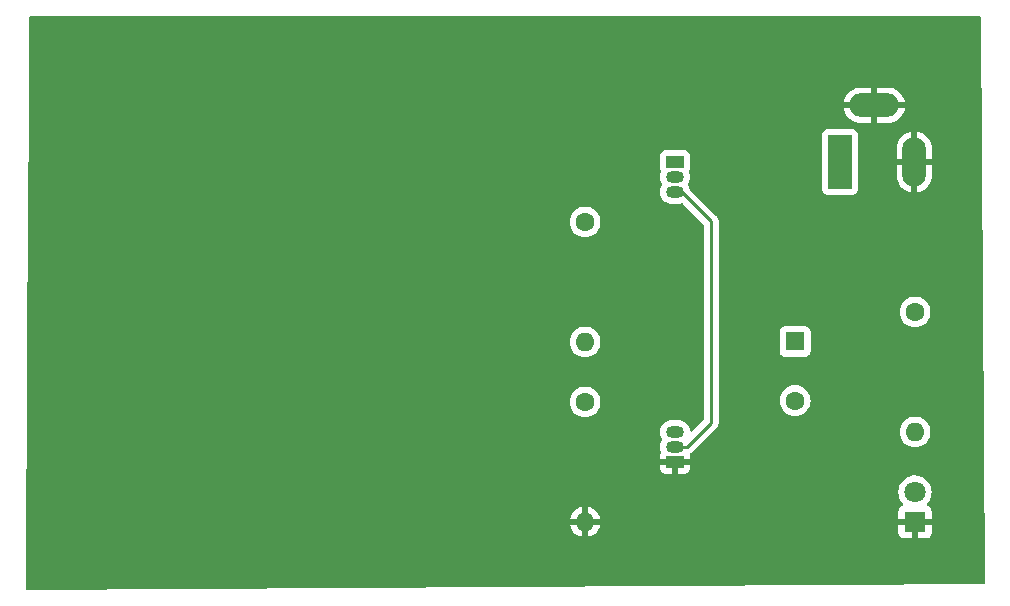
<source format=gbr>
%TF.GenerationSoftware,KiCad,Pcbnew,7.0.9*%
%TF.CreationDate,2023-12-23T13:53:55+09:00*%
%TF.ProjectId,______1,d7edb8a7-afc8-4312-9e6b-696361645f70,rev?*%
%TF.SameCoordinates,Original*%
%TF.FileFunction,Copper,L2,Bot*%
%TF.FilePolarity,Positive*%
%FSLAX46Y46*%
G04 Gerber Fmt 4.6, Leading zero omitted, Abs format (unit mm)*
G04 Created by KiCad (PCBNEW 7.0.9) date 2023-12-23 13:53:55*
%MOMM*%
%LPD*%
G01*
G04 APERTURE LIST*
%TA.AperFunction,ComponentPad*%
%ADD10R,1.500000X1.050000*%
%TD*%
%TA.AperFunction,ComponentPad*%
%ADD11O,1.500000X1.050000*%
%TD*%
%TA.AperFunction,ComponentPad*%
%ADD12C,1.600000*%
%TD*%
%TA.AperFunction,ComponentPad*%
%ADD13O,1.600000X1.600000*%
%TD*%
%TA.AperFunction,ComponentPad*%
%ADD14R,1.800000X1.800000*%
%TD*%
%TA.AperFunction,ComponentPad*%
%ADD15C,1.800000*%
%TD*%
%TA.AperFunction,ComponentPad*%
%ADD16R,1.600000X1.600000*%
%TD*%
%TA.AperFunction,ComponentPad*%
%ADD17R,2.000000X4.600000*%
%TD*%
%TA.AperFunction,ComponentPad*%
%ADD18O,2.000000X4.200000*%
%TD*%
%TA.AperFunction,ComponentPad*%
%ADD19O,4.200000X2.000000*%
%TD*%
%TA.AperFunction,Conductor*%
%ADD20C,0.250000*%
%TD*%
G04 APERTURE END LIST*
D10*
%TO.P,Q2,1,E*%
%TO.N,Net-(Q2-E)*%
X157480000Y-88600000D03*
D11*
%TO.P,Q2,2,C*%
%TO.N,Net-(Q2-C)*%
X157480000Y-89870000D03*
%TO.P,Q2,3,B*%
%TO.N,Net-(Q1-C)*%
X157480000Y-91140000D03*
%TD*%
D12*
%TO.P,R2,1*%
%TO.N,Net-(Q2-E)*%
X149860000Y-93680000D03*
D13*
%TO.P,R2,2*%
%TO.N,Net-(Q1-B)*%
X149860000Y-103840000D03*
%TD*%
D12*
%TO.P,R1,1*%
%TO.N,Net-(Q2-C)*%
X177800000Y-101300000D03*
D13*
%TO.P,R1,2*%
%TO.N,Net-(D1-A)*%
X177800000Y-111460000D03*
%TD*%
D14*
%TO.P,D1,1,K*%
%TO.N,GND*%
X177800000Y-119080000D03*
D15*
%TO.P,D1,2,A*%
%TO.N,Net-(D1-A)*%
X177800000Y-116540000D03*
%TD*%
D16*
%TO.P,C1,1*%
%TO.N,Net-(Q2-C)*%
X167650000Y-103800000D03*
D12*
%TO.P,C1,2*%
%TO.N,Net-(Q1-B)*%
X167650000Y-108800000D03*
%TD*%
D17*
%TO.P,J1,1*%
%TO.N,Net-(Q2-E)*%
X171450000Y-88600000D03*
D18*
%TO.P,J1,2*%
%TO.N,GND*%
X177750000Y-88600000D03*
D19*
%TO.P,J1,3*%
X174350000Y-83800000D03*
%TD*%
D12*
%TO.P,R3,1*%
%TO.N,Net-(Q1-B)*%
X149860000Y-108920000D03*
D13*
%TO.P,R3,2*%
%TO.N,GND*%
X149860000Y-119080000D03*
%TD*%
D10*
%TO.P,Q1,1,E*%
%TO.N,GND*%
X157480000Y-114000000D03*
D11*
%TO.P,Q1,2,C*%
%TO.N,Net-(Q1-C)*%
X157480000Y-112730000D03*
%TO.P,Q1,3,B*%
%TO.N,Net-(Q1-B)*%
X157480000Y-111460000D03*
%TD*%
D20*
%TO.N,Net-(Q1-C)*%
X160540000Y-110670000D02*
X158480000Y-112730000D01*
X158480000Y-112730000D02*
X157480000Y-112730000D01*
X158060000Y-91140000D02*
X160540000Y-93620000D01*
X160540000Y-93620000D02*
X160540000Y-110670000D01*
X157480000Y-91140000D02*
X158060000Y-91140000D01*
%TD*%
%TA.AperFunction,Conductor*%
%TO.N,GND*%
G36*
X183323886Y-76239685D02*
G01*
X183369641Y-76292489D01*
X183380844Y-76343150D01*
X183709149Y-124235900D01*
X183689925Y-124303073D01*
X183637435Y-124349189D01*
X183585900Y-124360748D01*
X102614748Y-124849247D01*
X102547591Y-124829967D01*
X102501518Y-124777440D01*
X102490000Y-124725249D01*
X102490000Y-124690000D01*
X102529897Y-118829999D01*
X148581127Y-118829999D01*
X148581128Y-118830000D01*
X149544314Y-118830000D01*
X149532359Y-118841955D01*
X149474835Y-118954852D01*
X149455014Y-119080000D01*
X149474835Y-119205148D01*
X149532359Y-119318045D01*
X149544314Y-119330000D01*
X148581128Y-119330000D01*
X148633730Y-119526317D01*
X148633734Y-119526326D01*
X148729865Y-119732482D01*
X148860342Y-119918820D01*
X149021179Y-120079657D01*
X149207517Y-120210134D01*
X149413673Y-120306265D01*
X149413682Y-120306269D01*
X149609999Y-120358872D01*
X149610000Y-120358871D01*
X149610000Y-119395686D01*
X149621955Y-119407641D01*
X149734852Y-119465165D01*
X149828519Y-119480000D01*
X149891481Y-119480000D01*
X149985148Y-119465165D01*
X150098045Y-119407641D01*
X150110000Y-119395686D01*
X150110000Y-120358872D01*
X150306317Y-120306269D01*
X150306326Y-120306265D01*
X150512482Y-120210134D01*
X150698820Y-120079657D01*
X150859657Y-119918820D01*
X150990134Y-119732482D01*
X151086265Y-119526326D01*
X151086269Y-119526317D01*
X151138872Y-119330000D01*
X150175686Y-119330000D01*
X150187641Y-119318045D01*
X150245165Y-119205148D01*
X150264986Y-119080000D01*
X150245165Y-118954852D01*
X150187641Y-118841955D01*
X150175686Y-118830000D01*
X151138872Y-118830000D01*
X151138872Y-118829999D01*
X151086269Y-118633682D01*
X151086265Y-118633673D01*
X150990134Y-118427517D01*
X150859657Y-118241179D01*
X150698820Y-118080342D01*
X150512482Y-117949865D01*
X150306328Y-117853734D01*
X150110000Y-117801127D01*
X150110000Y-118764314D01*
X150098045Y-118752359D01*
X149985148Y-118694835D01*
X149891481Y-118680000D01*
X149828519Y-118680000D01*
X149734852Y-118694835D01*
X149621955Y-118752359D01*
X149610000Y-118764314D01*
X149610000Y-117801127D01*
X149413671Y-117853734D01*
X149207517Y-117949865D01*
X149021179Y-118080342D01*
X148860342Y-118241179D01*
X148729865Y-118427517D01*
X148633734Y-118633673D01*
X148633730Y-118633682D01*
X148581127Y-118829999D01*
X102529897Y-118829999D01*
X102545488Y-116540006D01*
X176394700Y-116540006D01*
X176413864Y-116771297D01*
X176413866Y-116771308D01*
X176470842Y-116996300D01*
X176564075Y-117208848D01*
X176691018Y-117403150D01*
X176786167Y-117506510D01*
X176817089Y-117569164D01*
X176809228Y-117638590D01*
X176765081Y-117692746D01*
X176738271Y-117706674D01*
X176657911Y-117736646D01*
X176657906Y-117736649D01*
X176542812Y-117822809D01*
X176542809Y-117822812D01*
X176456649Y-117937906D01*
X176456645Y-117937913D01*
X176406403Y-118072620D01*
X176406401Y-118072627D01*
X176400000Y-118132155D01*
X176400000Y-118830000D01*
X177424722Y-118830000D01*
X177376375Y-118913740D01*
X177346190Y-119045992D01*
X177356327Y-119181265D01*
X177405887Y-119307541D01*
X177423797Y-119330000D01*
X176400000Y-119330000D01*
X176400000Y-120027844D01*
X176406401Y-120087372D01*
X176406403Y-120087379D01*
X176456645Y-120222086D01*
X176456649Y-120222093D01*
X176542809Y-120337187D01*
X176542812Y-120337190D01*
X176657906Y-120423350D01*
X176657913Y-120423354D01*
X176792620Y-120473596D01*
X176792627Y-120473598D01*
X176852155Y-120479999D01*
X176852172Y-120480000D01*
X177550000Y-120480000D01*
X177550000Y-119454189D01*
X177602547Y-119490016D01*
X177732173Y-119530000D01*
X177833724Y-119530000D01*
X177934138Y-119514865D01*
X178050000Y-119459068D01*
X178050000Y-120480000D01*
X178747828Y-120480000D01*
X178747844Y-120479999D01*
X178807372Y-120473598D01*
X178807379Y-120473596D01*
X178942086Y-120423354D01*
X178942093Y-120423350D01*
X179057187Y-120337190D01*
X179057190Y-120337187D01*
X179143350Y-120222093D01*
X179143354Y-120222086D01*
X179193596Y-120087379D01*
X179193598Y-120087372D01*
X179199999Y-120027844D01*
X179200000Y-120027827D01*
X179200000Y-119330000D01*
X178175278Y-119330000D01*
X178223625Y-119246260D01*
X178253810Y-119114008D01*
X178243673Y-118978735D01*
X178194113Y-118852459D01*
X178176203Y-118830000D01*
X179200000Y-118830000D01*
X179200000Y-118132172D01*
X179199999Y-118132155D01*
X179193598Y-118072627D01*
X179193596Y-118072620D01*
X179143354Y-117937913D01*
X179143350Y-117937906D01*
X179057190Y-117822812D01*
X179057187Y-117822809D01*
X178942093Y-117736649D01*
X178942086Y-117736645D01*
X178861729Y-117706674D01*
X178805795Y-117664803D01*
X178781378Y-117599338D01*
X178796230Y-117531065D01*
X178813826Y-117506516D01*
X178908979Y-117403153D01*
X179035924Y-117208849D01*
X179129157Y-116996300D01*
X179186134Y-116771305D01*
X179205300Y-116540000D01*
X179205300Y-116539993D01*
X179186135Y-116308702D01*
X179186133Y-116308691D01*
X179129157Y-116083699D01*
X179035924Y-115871151D01*
X178908983Y-115676852D01*
X178908980Y-115676849D01*
X178908979Y-115676847D01*
X178751784Y-115506087D01*
X178751779Y-115506083D01*
X178751777Y-115506081D01*
X178568634Y-115363535D01*
X178568628Y-115363531D01*
X178364504Y-115253064D01*
X178364495Y-115253061D01*
X178144984Y-115177702D01*
X177973282Y-115149050D01*
X177916049Y-115139500D01*
X177683951Y-115139500D01*
X177638164Y-115147140D01*
X177455015Y-115177702D01*
X177235504Y-115253061D01*
X177235495Y-115253064D01*
X177031371Y-115363531D01*
X177031365Y-115363535D01*
X176848222Y-115506081D01*
X176848219Y-115506084D01*
X176691016Y-115676852D01*
X176564075Y-115871151D01*
X176470842Y-116083699D01*
X176413866Y-116308691D01*
X176413864Y-116308702D01*
X176394700Y-116539993D01*
X176394700Y-116540006D01*
X102545488Y-116540006D01*
X102571428Y-112730000D01*
X156224538Y-112730000D01*
X156244337Y-112931031D01*
X156303486Y-113126018D01*
X156304109Y-113195885D01*
X156289902Y-113224589D01*
X156290895Y-113225132D01*
X156286645Y-113232913D01*
X156236403Y-113367620D01*
X156236401Y-113367627D01*
X156230000Y-113427155D01*
X156230000Y-113750000D01*
X157145729Y-113750000D01*
X157151809Y-113750299D01*
X157187776Y-113753841D01*
X157196145Y-113754665D01*
X157161722Y-113792059D01*
X157111449Y-113906670D01*
X157101114Y-114031395D01*
X157131837Y-114152719D01*
X157195394Y-114250000D01*
X156230000Y-114250000D01*
X156230000Y-114572844D01*
X156236401Y-114632372D01*
X156236403Y-114632379D01*
X156286645Y-114767086D01*
X156286649Y-114767093D01*
X156372809Y-114882187D01*
X156372812Y-114882190D01*
X156487906Y-114968350D01*
X156487913Y-114968354D01*
X156622620Y-115018596D01*
X156622627Y-115018598D01*
X156682155Y-115024999D01*
X156682172Y-115025000D01*
X157230000Y-115025000D01*
X157230000Y-114280617D01*
X157299052Y-114334363D01*
X157417424Y-114375000D01*
X157511073Y-114375000D01*
X157603446Y-114359586D01*
X157713514Y-114300019D01*
X157730000Y-114282110D01*
X157730000Y-115025000D01*
X158277828Y-115025000D01*
X158277844Y-115024999D01*
X158337372Y-115018598D01*
X158337379Y-115018596D01*
X158472086Y-114968354D01*
X158472093Y-114968350D01*
X158587187Y-114882190D01*
X158587190Y-114882187D01*
X158673350Y-114767093D01*
X158673354Y-114767086D01*
X158723596Y-114632379D01*
X158723598Y-114632372D01*
X158729999Y-114572844D01*
X158730000Y-114572827D01*
X158730000Y-114250000D01*
X157759560Y-114250000D01*
X157798278Y-114207941D01*
X157848551Y-114093330D01*
X157858886Y-113968605D01*
X157828163Y-113847281D01*
X157767424Y-113754313D01*
X157772223Y-113753841D01*
X157808191Y-113750299D01*
X157814271Y-113750000D01*
X158730000Y-113750000D01*
X158730000Y-113427172D01*
X158729999Y-113427157D01*
X158727139Y-113400557D01*
X158739543Y-113331797D01*
X158777541Y-113286983D01*
X158783728Y-113282487D01*
X158783732Y-113282486D01*
X158821439Y-113255088D01*
X158826290Y-113251901D01*
X158866420Y-113228170D01*
X158880589Y-113213999D01*
X158895379Y-113201368D01*
X158911587Y-113189594D01*
X158941299Y-113153676D01*
X158945212Y-113149376D01*
X160634588Y-111460001D01*
X176494532Y-111460001D01*
X176514364Y-111686686D01*
X176514366Y-111686697D01*
X176573258Y-111906488D01*
X176573261Y-111906497D01*
X176669431Y-112112732D01*
X176669432Y-112112734D01*
X176799954Y-112299141D01*
X176960858Y-112460045D01*
X176960861Y-112460047D01*
X177147266Y-112590568D01*
X177353504Y-112686739D01*
X177573308Y-112745635D01*
X177735230Y-112759801D01*
X177799998Y-112765468D01*
X177800000Y-112765468D01*
X177800002Y-112765468D01*
X177856673Y-112760509D01*
X178026692Y-112745635D01*
X178246496Y-112686739D01*
X178452734Y-112590568D01*
X178639139Y-112460047D01*
X178800047Y-112299139D01*
X178930568Y-112112734D01*
X179026739Y-111906496D01*
X179085635Y-111686692D01*
X179105468Y-111460000D01*
X179085635Y-111233308D01*
X179033995Y-111040583D01*
X179026741Y-111013511D01*
X179026738Y-111013502D01*
X178967987Y-110887511D01*
X178930568Y-110807266D01*
X178800047Y-110620861D01*
X178800045Y-110620858D01*
X178639141Y-110459954D01*
X178452734Y-110329432D01*
X178452732Y-110329431D01*
X178246497Y-110233261D01*
X178246488Y-110233258D01*
X178026697Y-110174366D01*
X178026693Y-110174365D01*
X178026692Y-110174365D01*
X178026691Y-110174364D01*
X178026686Y-110174364D01*
X177800002Y-110154532D01*
X177799998Y-110154532D01*
X177573313Y-110174364D01*
X177573302Y-110174366D01*
X177353511Y-110233258D01*
X177353502Y-110233261D01*
X177147267Y-110329431D01*
X177147265Y-110329432D01*
X176960858Y-110459954D01*
X176799954Y-110620858D01*
X176669432Y-110807265D01*
X176669431Y-110807267D01*
X176573261Y-111013502D01*
X176573258Y-111013511D01*
X176514366Y-111233302D01*
X176514364Y-111233313D01*
X176494532Y-111459998D01*
X176494532Y-111460001D01*
X160634588Y-111460001D01*
X160923788Y-111170801D01*
X160936042Y-111160986D01*
X160935859Y-111160764D01*
X160941866Y-111155792D01*
X160941877Y-111155786D01*
X160972775Y-111122882D01*
X160989227Y-111105364D01*
X160999671Y-111094918D01*
X161010120Y-111084471D01*
X161014379Y-111078978D01*
X161018152Y-111074561D01*
X161050062Y-111040582D01*
X161059715Y-111023020D01*
X161070389Y-111006770D01*
X161082673Y-110990936D01*
X161101180Y-110948167D01*
X161103749Y-110942924D01*
X161126196Y-110902093D01*
X161126197Y-110902092D01*
X161131177Y-110882691D01*
X161137478Y-110864288D01*
X161145438Y-110845896D01*
X161152730Y-110799849D01*
X161153911Y-110794152D01*
X161165500Y-110749019D01*
X161165500Y-110728983D01*
X161167027Y-110709582D01*
X161170160Y-110689804D01*
X161165775Y-110643415D01*
X161165500Y-110637577D01*
X161165500Y-108800001D01*
X166344532Y-108800001D01*
X166364364Y-109026686D01*
X166364366Y-109026697D01*
X166423258Y-109246488D01*
X166423261Y-109246497D01*
X166519431Y-109452732D01*
X166519432Y-109452734D01*
X166649954Y-109639141D01*
X166810858Y-109800045D01*
X166810861Y-109800047D01*
X166997266Y-109930568D01*
X167203504Y-110026739D01*
X167423308Y-110085635D01*
X167585230Y-110099801D01*
X167649998Y-110105468D01*
X167650000Y-110105468D01*
X167650002Y-110105468D01*
X167706673Y-110100509D01*
X167876692Y-110085635D01*
X168096496Y-110026739D01*
X168302734Y-109930568D01*
X168489139Y-109800047D01*
X168650047Y-109639139D01*
X168780568Y-109452734D01*
X168876739Y-109246496D01*
X168935635Y-109026692D01*
X168955468Y-108800000D01*
X168935635Y-108573308D01*
X168876739Y-108353504D01*
X168780568Y-108147266D01*
X168650047Y-107960861D01*
X168650045Y-107960858D01*
X168489141Y-107799954D01*
X168302734Y-107669432D01*
X168302732Y-107669431D01*
X168096497Y-107573261D01*
X168096488Y-107573258D01*
X167876697Y-107514366D01*
X167876693Y-107514365D01*
X167876692Y-107514365D01*
X167876691Y-107514364D01*
X167876686Y-107514364D01*
X167650002Y-107494532D01*
X167649998Y-107494532D01*
X167423313Y-107514364D01*
X167423302Y-107514366D01*
X167203511Y-107573258D01*
X167203502Y-107573261D01*
X166997267Y-107669431D01*
X166997265Y-107669432D01*
X166810858Y-107799954D01*
X166649954Y-107960858D01*
X166519432Y-108147265D01*
X166519431Y-108147267D01*
X166423261Y-108353502D01*
X166423258Y-108353511D01*
X166364366Y-108573302D01*
X166364364Y-108573313D01*
X166344532Y-108799998D01*
X166344532Y-108800001D01*
X161165500Y-108800001D01*
X161165500Y-104647870D01*
X166349500Y-104647870D01*
X166349501Y-104647876D01*
X166355908Y-104707483D01*
X166406202Y-104842328D01*
X166406206Y-104842335D01*
X166492452Y-104957544D01*
X166492455Y-104957547D01*
X166607664Y-105043793D01*
X166607671Y-105043797D01*
X166742517Y-105094091D01*
X166742516Y-105094091D01*
X166749444Y-105094835D01*
X166802127Y-105100500D01*
X168497872Y-105100499D01*
X168557483Y-105094091D01*
X168692331Y-105043796D01*
X168807546Y-104957546D01*
X168893796Y-104842331D01*
X168944091Y-104707483D01*
X168950500Y-104647873D01*
X168950499Y-102952128D01*
X168944091Y-102892517D01*
X168924486Y-102839954D01*
X168893797Y-102757671D01*
X168893793Y-102757664D01*
X168807547Y-102642455D01*
X168807544Y-102642452D01*
X168692335Y-102556206D01*
X168692328Y-102556202D01*
X168557482Y-102505908D01*
X168557483Y-102505908D01*
X168497883Y-102499501D01*
X168497881Y-102499500D01*
X168497873Y-102499500D01*
X168497864Y-102499500D01*
X166802129Y-102499500D01*
X166802123Y-102499501D01*
X166742516Y-102505908D01*
X166607671Y-102556202D01*
X166607664Y-102556206D01*
X166492455Y-102642452D01*
X166492452Y-102642455D01*
X166406206Y-102757664D01*
X166406202Y-102757671D01*
X166355908Y-102892517D01*
X166349501Y-102952116D01*
X166349501Y-102952123D01*
X166349500Y-102952135D01*
X166349500Y-104647870D01*
X161165500Y-104647870D01*
X161165500Y-101300001D01*
X176494532Y-101300001D01*
X176514364Y-101526686D01*
X176514366Y-101526697D01*
X176573258Y-101746488D01*
X176573261Y-101746497D01*
X176669431Y-101952732D01*
X176669432Y-101952734D01*
X176799954Y-102139141D01*
X176960858Y-102300045D01*
X176960861Y-102300047D01*
X177147266Y-102430568D01*
X177353504Y-102526739D01*
X177573308Y-102585635D01*
X177735230Y-102599801D01*
X177799998Y-102605468D01*
X177800000Y-102605468D01*
X177800002Y-102605468D01*
X177856673Y-102600509D01*
X178026692Y-102585635D01*
X178246496Y-102526739D01*
X178452734Y-102430568D01*
X178639139Y-102300047D01*
X178800047Y-102139139D01*
X178930568Y-101952734D01*
X179026739Y-101746496D01*
X179085635Y-101526692D01*
X179105468Y-101300000D01*
X179085635Y-101073308D01*
X179026739Y-100853504D01*
X178930568Y-100647266D01*
X178800047Y-100460861D01*
X178800045Y-100460858D01*
X178639141Y-100299954D01*
X178452734Y-100169432D01*
X178452732Y-100169431D01*
X178246497Y-100073261D01*
X178246488Y-100073258D01*
X178026697Y-100014366D01*
X178026693Y-100014365D01*
X178026692Y-100014365D01*
X178026691Y-100014364D01*
X178026686Y-100014364D01*
X177800002Y-99994532D01*
X177799998Y-99994532D01*
X177573313Y-100014364D01*
X177573302Y-100014366D01*
X177353511Y-100073258D01*
X177353502Y-100073261D01*
X177147267Y-100169431D01*
X177147265Y-100169432D01*
X176960858Y-100299954D01*
X176799954Y-100460858D01*
X176669432Y-100647265D01*
X176669431Y-100647267D01*
X176573261Y-100853502D01*
X176573258Y-100853511D01*
X176514366Y-101073302D01*
X176514364Y-101073313D01*
X176494532Y-101299998D01*
X176494532Y-101300001D01*
X161165500Y-101300001D01*
X161165500Y-93702742D01*
X161167224Y-93687122D01*
X161166939Y-93687095D01*
X161167673Y-93679333D01*
X161165500Y-93610172D01*
X161165500Y-93580656D01*
X161165500Y-93580650D01*
X161164631Y-93573779D01*
X161164173Y-93567952D01*
X161162710Y-93521373D01*
X161157119Y-93502130D01*
X161153173Y-93483078D01*
X161150664Y-93463208D01*
X161133504Y-93419867D01*
X161131624Y-93414379D01*
X161118618Y-93369610D01*
X161108422Y-93352370D01*
X161099861Y-93334894D01*
X161092487Y-93316270D01*
X161092486Y-93316268D01*
X161065079Y-93278545D01*
X161061888Y-93273686D01*
X161038172Y-93233583D01*
X161038165Y-93233574D01*
X161024006Y-93219415D01*
X161011368Y-93204619D01*
X160999594Y-93188413D01*
X160963688Y-93158709D01*
X160959376Y-93154786D01*
X158752461Y-90947870D01*
X169949500Y-90947870D01*
X169949501Y-90947876D01*
X169955908Y-91007483D01*
X170006202Y-91142328D01*
X170006206Y-91142335D01*
X170092452Y-91257544D01*
X170092455Y-91257547D01*
X170207664Y-91343793D01*
X170207671Y-91343797D01*
X170342517Y-91394091D01*
X170342516Y-91394091D01*
X170349444Y-91394835D01*
X170402127Y-91400500D01*
X172497872Y-91400499D01*
X172557483Y-91394091D01*
X172692331Y-91343796D01*
X172807546Y-91257546D01*
X172893796Y-91142331D01*
X172944091Y-91007483D01*
X172950500Y-90947873D01*
X172950500Y-89762041D01*
X176250000Y-89762041D01*
X176265385Y-89947730D01*
X176265387Y-89947738D01*
X176326412Y-90188717D01*
X176426267Y-90416367D01*
X176562232Y-90624478D01*
X176730592Y-90807364D01*
X176730602Y-90807373D01*
X176926762Y-90960051D01*
X176926771Y-90960057D01*
X177145385Y-91078364D01*
X177145396Y-91078369D01*
X177380507Y-91159083D01*
X177499999Y-91179023D01*
X177500000Y-91179022D01*
X177500000Y-90133686D01*
X177540156Y-90159493D01*
X177678111Y-90200000D01*
X177821889Y-90200000D01*
X177959844Y-90159493D01*
X178000000Y-90133686D01*
X178000000Y-91179023D01*
X178119492Y-91159083D01*
X178354603Y-91078369D01*
X178354614Y-91078364D01*
X178573228Y-90960057D01*
X178573237Y-90960051D01*
X178769397Y-90807373D01*
X178769407Y-90807364D01*
X178937767Y-90624478D01*
X179073732Y-90416367D01*
X179173587Y-90188717D01*
X179234612Y-89947738D01*
X179234614Y-89947730D01*
X179250000Y-89762041D01*
X179250000Y-88850000D01*
X178250000Y-88850000D01*
X178250000Y-88350000D01*
X179250000Y-88350000D01*
X179250000Y-87437959D01*
X179234614Y-87252269D01*
X179234612Y-87252261D01*
X179173587Y-87011282D01*
X179073732Y-86783632D01*
X178937767Y-86575521D01*
X178769407Y-86392635D01*
X178769397Y-86392626D01*
X178573237Y-86239948D01*
X178573228Y-86239942D01*
X178354614Y-86121635D01*
X178354603Y-86121630D01*
X178119492Y-86040916D01*
X178000000Y-86020976D01*
X178000000Y-87066313D01*
X177959844Y-87040507D01*
X177821889Y-87000000D01*
X177678111Y-87000000D01*
X177540156Y-87040507D01*
X177500000Y-87066313D01*
X177500000Y-86020976D01*
X177499999Y-86020976D01*
X177380507Y-86040916D01*
X177145396Y-86121630D01*
X177145385Y-86121635D01*
X176926771Y-86239942D01*
X176926762Y-86239948D01*
X176730602Y-86392626D01*
X176730592Y-86392635D01*
X176562232Y-86575521D01*
X176426267Y-86783632D01*
X176326412Y-87011282D01*
X176265387Y-87252261D01*
X176265385Y-87252269D01*
X176250000Y-87437959D01*
X176250000Y-88350000D01*
X177250000Y-88350000D01*
X177250000Y-88850000D01*
X176250000Y-88850000D01*
X176250000Y-89762041D01*
X172950500Y-89762041D01*
X172950499Y-86252128D01*
X172944091Y-86192517D01*
X172893796Y-86057669D01*
X172893795Y-86057668D01*
X172893793Y-86057664D01*
X172807547Y-85942455D01*
X172807544Y-85942452D01*
X172692335Y-85856206D01*
X172692328Y-85856202D01*
X172557482Y-85805908D01*
X172557483Y-85805908D01*
X172497883Y-85799501D01*
X172497881Y-85799500D01*
X172497873Y-85799500D01*
X172497864Y-85799500D01*
X170402129Y-85799500D01*
X170402123Y-85799501D01*
X170342516Y-85805908D01*
X170207671Y-85856202D01*
X170207664Y-85856206D01*
X170092455Y-85942452D01*
X170092452Y-85942455D01*
X170006206Y-86057664D01*
X170006202Y-86057671D01*
X169955908Y-86192517D01*
X169950810Y-86239942D01*
X169949501Y-86252123D01*
X169949500Y-86252135D01*
X169949500Y-90947870D01*
X158752461Y-90947870D01*
X158725478Y-90920887D01*
X158694499Y-90869203D01*
X158657023Y-90745659D01*
X158561798Y-90567506D01*
X158561794Y-90567502D01*
X158559631Y-90563454D01*
X158545389Y-90495051D01*
X158559631Y-90446546D01*
X158561794Y-90442498D01*
X158561798Y-90442494D01*
X158657023Y-90264341D01*
X158715662Y-90071033D01*
X158735462Y-89870000D01*
X158715662Y-89668967D01*
X158657023Y-89475659D01*
X158657021Y-89475656D01*
X158656694Y-89474576D01*
X158656070Y-89404709D01*
X158670469Y-89375623D01*
X158669544Y-89375118D01*
X158673793Y-89367335D01*
X158673792Y-89367335D01*
X158673796Y-89367331D01*
X158724091Y-89232483D01*
X158730500Y-89172873D01*
X158730499Y-88027128D01*
X158724091Y-87967517D01*
X158673796Y-87832669D01*
X158673795Y-87832668D01*
X158673793Y-87832664D01*
X158587547Y-87717455D01*
X158587544Y-87717452D01*
X158472335Y-87631206D01*
X158472328Y-87631202D01*
X158337482Y-87580908D01*
X158337483Y-87580908D01*
X158277883Y-87574501D01*
X158277881Y-87574500D01*
X158277873Y-87574500D01*
X158277864Y-87574500D01*
X156682129Y-87574500D01*
X156682123Y-87574501D01*
X156622516Y-87580908D01*
X156487671Y-87631202D01*
X156487664Y-87631206D01*
X156372455Y-87717452D01*
X156372452Y-87717455D01*
X156286206Y-87832664D01*
X156286202Y-87832671D01*
X156235908Y-87967517D01*
X156229501Y-88027116D01*
X156229501Y-88027123D01*
X156229500Y-88027135D01*
X156229500Y-89172870D01*
X156229501Y-89172876D01*
X156235908Y-89232483D01*
X156286202Y-89367328D01*
X156290454Y-89375114D01*
X156288378Y-89376247D01*
X156308329Y-89429730D01*
X156303306Y-89474575D01*
X156244337Y-89668968D01*
X156224538Y-89870000D01*
X156244337Y-90071031D01*
X156302978Y-90264345D01*
X156400367Y-90446547D01*
X156414609Y-90514950D01*
X156400367Y-90563453D01*
X156302978Y-90745654D01*
X156244337Y-90938968D01*
X156224538Y-91140000D01*
X156244337Y-91341031D01*
X156302978Y-91534345D01*
X156398198Y-91712488D01*
X156398203Y-91712495D01*
X156526352Y-91868647D01*
X156635016Y-91957824D01*
X156682506Y-91996798D01*
X156682509Y-91996799D01*
X156682511Y-91996801D01*
X156860654Y-92092021D01*
X156860656Y-92092021D01*
X156860659Y-92092023D01*
X157053967Y-92150662D01*
X157204620Y-92165500D01*
X157204623Y-92165500D01*
X157755377Y-92165500D01*
X157755380Y-92165500D01*
X157906033Y-92150662D01*
X158049773Y-92107058D01*
X158119640Y-92106436D01*
X158173449Y-92138039D01*
X159878181Y-93842771D01*
X159911666Y-93904094D01*
X159914500Y-93930452D01*
X159914500Y-110359547D01*
X159894815Y-110426586D01*
X159878181Y-110447228D01*
X158932499Y-111392909D01*
X158871176Y-111426394D01*
X158801484Y-111421410D01*
X158745551Y-111379538D01*
X158721415Y-111317381D01*
X158715662Y-111258968D01*
X158707878Y-111233308D01*
X158657023Y-111065659D01*
X158657021Y-111065656D01*
X158657021Y-111065654D01*
X158561801Y-110887511D01*
X158561799Y-110887509D01*
X158561798Y-110887506D01*
X158489883Y-110799877D01*
X158433647Y-110731352D01*
X158277495Y-110603203D01*
X158277488Y-110603198D01*
X158099345Y-110507978D01*
X157906031Y-110449337D01*
X157795900Y-110438490D01*
X157755380Y-110434500D01*
X157204620Y-110434500D01*
X157167433Y-110438162D01*
X157053968Y-110449337D01*
X156860654Y-110507978D01*
X156682511Y-110603198D01*
X156682504Y-110603203D01*
X156526352Y-110731352D01*
X156398203Y-110887504D01*
X156398198Y-110887511D01*
X156302978Y-111065654D01*
X156244337Y-111258968D01*
X156224538Y-111460000D01*
X156244337Y-111661031D01*
X156302978Y-111854345D01*
X156400367Y-112036547D01*
X156414609Y-112104950D01*
X156400367Y-112153453D01*
X156302978Y-112335654D01*
X156244337Y-112528968D01*
X156224538Y-112730000D01*
X102571428Y-112730000D01*
X102597368Y-108920001D01*
X148554532Y-108920001D01*
X148574364Y-109146686D01*
X148574366Y-109146697D01*
X148633258Y-109366488D01*
X148633261Y-109366497D01*
X148729431Y-109572732D01*
X148729432Y-109572734D01*
X148859954Y-109759141D01*
X149020858Y-109920045D01*
X149020861Y-109920047D01*
X149207266Y-110050568D01*
X149413504Y-110146739D01*
X149633308Y-110205635D01*
X149795230Y-110219801D01*
X149859998Y-110225468D01*
X149860000Y-110225468D01*
X149860002Y-110225468D01*
X149916673Y-110220509D01*
X150086692Y-110205635D01*
X150306496Y-110146739D01*
X150512734Y-110050568D01*
X150699139Y-109920047D01*
X150860047Y-109759139D01*
X150990568Y-109572734D01*
X151086739Y-109366496D01*
X151145635Y-109146692D01*
X151165468Y-108920000D01*
X151145635Y-108693308D01*
X151086739Y-108473504D01*
X150990568Y-108267266D01*
X150860047Y-108080861D01*
X150860045Y-108080858D01*
X150699141Y-107919954D01*
X150512734Y-107789432D01*
X150512732Y-107789431D01*
X150306497Y-107693261D01*
X150306488Y-107693258D01*
X150086697Y-107634366D01*
X150086693Y-107634365D01*
X150086692Y-107634365D01*
X150086691Y-107634364D01*
X150086686Y-107634364D01*
X149860002Y-107614532D01*
X149859998Y-107614532D01*
X149633313Y-107634364D01*
X149633302Y-107634366D01*
X149413511Y-107693258D01*
X149413502Y-107693261D01*
X149207267Y-107789431D01*
X149207265Y-107789432D01*
X149020858Y-107919954D01*
X148859954Y-108080858D01*
X148729432Y-108267265D01*
X148729431Y-108267267D01*
X148633261Y-108473502D01*
X148633258Y-108473511D01*
X148574366Y-108693302D01*
X148574364Y-108693313D01*
X148554532Y-108919998D01*
X148554532Y-108920001D01*
X102597368Y-108920001D01*
X102631954Y-103840001D01*
X148554532Y-103840001D01*
X148574364Y-104066686D01*
X148574366Y-104066697D01*
X148633258Y-104286488D01*
X148633261Y-104286497D01*
X148729431Y-104492732D01*
X148729432Y-104492734D01*
X148859954Y-104679141D01*
X149020858Y-104840045D01*
X149067693Y-104872839D01*
X149207266Y-104970568D01*
X149413504Y-105066739D01*
X149633308Y-105125635D01*
X149795230Y-105139801D01*
X149859998Y-105145468D01*
X149860000Y-105145468D01*
X149860002Y-105145468D01*
X149916673Y-105140509D01*
X150086692Y-105125635D01*
X150306496Y-105066739D01*
X150512734Y-104970568D01*
X150699139Y-104840047D01*
X150860047Y-104679139D01*
X150990568Y-104492734D01*
X151086739Y-104286496D01*
X151145635Y-104066692D01*
X151165468Y-103840000D01*
X151145635Y-103613308D01*
X151086739Y-103393504D01*
X150990568Y-103187266D01*
X150860047Y-103000861D01*
X150860045Y-103000858D01*
X150699141Y-102839954D01*
X150512734Y-102709432D01*
X150512732Y-102709431D01*
X150306497Y-102613261D01*
X150306488Y-102613258D01*
X150086697Y-102554366D01*
X150086693Y-102554365D01*
X150086692Y-102554365D01*
X150086691Y-102554364D01*
X150086686Y-102554364D01*
X149860002Y-102534532D01*
X149859998Y-102534532D01*
X149633313Y-102554364D01*
X149633302Y-102554366D01*
X149413511Y-102613258D01*
X149413502Y-102613261D01*
X149207267Y-102709431D01*
X149207265Y-102709432D01*
X149020858Y-102839954D01*
X148859954Y-103000858D01*
X148729432Y-103187265D01*
X148729431Y-103187267D01*
X148633261Y-103393502D01*
X148633258Y-103393511D01*
X148574366Y-103613302D01*
X148574364Y-103613313D01*
X148554532Y-103839998D01*
X148554532Y-103840001D01*
X102631954Y-103840001D01*
X102701127Y-93680001D01*
X148554532Y-93680001D01*
X148574364Y-93906686D01*
X148574366Y-93906697D01*
X148633258Y-94126488D01*
X148633261Y-94126497D01*
X148729431Y-94332732D01*
X148729432Y-94332734D01*
X148859954Y-94519141D01*
X149020858Y-94680045D01*
X149020861Y-94680047D01*
X149207266Y-94810568D01*
X149413504Y-94906739D01*
X149633308Y-94965635D01*
X149795230Y-94979801D01*
X149859998Y-94985468D01*
X149860000Y-94985468D01*
X149860002Y-94985468D01*
X149916673Y-94980509D01*
X150086692Y-94965635D01*
X150306496Y-94906739D01*
X150512734Y-94810568D01*
X150699139Y-94680047D01*
X150860047Y-94519139D01*
X150990568Y-94332734D01*
X151086739Y-94126496D01*
X151145635Y-93906692D01*
X151165468Y-93680000D01*
X151145635Y-93453308D01*
X151086739Y-93233504D01*
X150990568Y-93027266D01*
X150860047Y-92840861D01*
X150860045Y-92840858D01*
X150699141Y-92679954D01*
X150512734Y-92549432D01*
X150512732Y-92549431D01*
X150306497Y-92453261D01*
X150306488Y-92453258D01*
X150086697Y-92394366D01*
X150086693Y-92394365D01*
X150086692Y-92394365D01*
X150086691Y-92394364D01*
X150086686Y-92394364D01*
X149860002Y-92374532D01*
X149859998Y-92374532D01*
X149633313Y-92394364D01*
X149633302Y-92394366D01*
X149413511Y-92453258D01*
X149413502Y-92453261D01*
X149207267Y-92549431D01*
X149207265Y-92549432D01*
X149020858Y-92679954D01*
X148859954Y-92840858D01*
X148729432Y-93027265D01*
X148729431Y-93027267D01*
X148633261Y-93233502D01*
X148633258Y-93233511D01*
X148574366Y-93453302D01*
X148574364Y-93453313D01*
X148554532Y-93679998D01*
X148554532Y-93680001D01*
X102701127Y-93680001D01*
X102770095Y-83549999D01*
X171770976Y-83549999D01*
X171770978Y-83550000D01*
X172816314Y-83550000D01*
X172790507Y-83590156D01*
X172750000Y-83728111D01*
X172750000Y-83871889D01*
X172790507Y-84009844D01*
X172816314Y-84050000D01*
X171770977Y-84050000D01*
X171790916Y-84169492D01*
X171871630Y-84404603D01*
X171871635Y-84404614D01*
X171989942Y-84623228D01*
X171989948Y-84623237D01*
X172142626Y-84819397D01*
X172142635Y-84819407D01*
X172325522Y-84987767D01*
X172325521Y-84987767D01*
X172533632Y-85123732D01*
X172761282Y-85223587D01*
X173002261Y-85284612D01*
X173002269Y-85284614D01*
X173187959Y-85300000D01*
X174100000Y-85300000D01*
X174100000Y-84300000D01*
X174600000Y-84300000D01*
X174600000Y-85300000D01*
X175512041Y-85300000D01*
X175697730Y-85284614D01*
X175697738Y-85284612D01*
X175938717Y-85223587D01*
X176166367Y-85123732D01*
X176374478Y-84987767D01*
X176557364Y-84819407D01*
X176557373Y-84819397D01*
X176710051Y-84623237D01*
X176710057Y-84623228D01*
X176828364Y-84404614D01*
X176828369Y-84404603D01*
X176909083Y-84169492D01*
X176929023Y-84050000D01*
X175883686Y-84050000D01*
X175909493Y-84009844D01*
X175950000Y-83871889D01*
X175950000Y-83728111D01*
X175909493Y-83590156D01*
X175883686Y-83550000D01*
X176929022Y-83550000D01*
X176929023Y-83549999D01*
X176909083Y-83430507D01*
X176828369Y-83195396D01*
X176828364Y-83195385D01*
X176710057Y-82976771D01*
X176710051Y-82976762D01*
X176557373Y-82780602D01*
X176557364Y-82780592D01*
X176374477Y-82612232D01*
X176374478Y-82612232D01*
X176166367Y-82476267D01*
X175938717Y-82376412D01*
X175697738Y-82315387D01*
X175697730Y-82315385D01*
X175512041Y-82300000D01*
X174600000Y-82300000D01*
X174600000Y-83300000D01*
X174100000Y-83300000D01*
X174100000Y-82300000D01*
X173187959Y-82300000D01*
X173002269Y-82315385D01*
X173002261Y-82315387D01*
X172761282Y-82376412D01*
X172533632Y-82476267D01*
X172325521Y-82612232D01*
X172142635Y-82780592D01*
X172142626Y-82780602D01*
X171989948Y-82976762D01*
X171989942Y-82976771D01*
X171871635Y-83195385D01*
X171871630Y-83195396D01*
X171790916Y-83430507D01*
X171770976Y-83549999D01*
X102770095Y-83549999D01*
X102819162Y-76343156D01*
X102839302Y-76276252D01*
X102892417Y-76230858D01*
X102943159Y-76220000D01*
X183256847Y-76220000D01*
X183323886Y-76239685D01*
G37*
%TD.AperFunction*%
%TD*%
M02*

</source>
